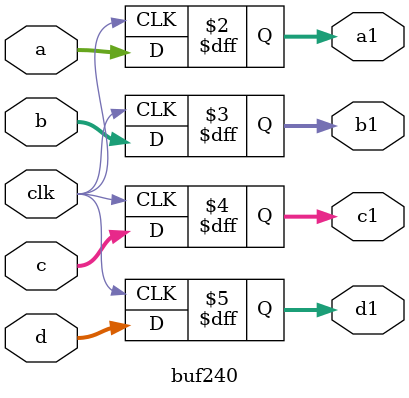
<source format=v>
`timescale 1ns / 1ps
module buf240(
    input [23:0] a,
    input [23:0] b,
    input [23:0] c,
    input [23:0] d,
    input clk,
    output reg [23:0] a1,
    output reg [23:0] b1,
    output reg [23:0] c1,
    output reg [23:0] d1
    );

always @(posedge clk) begin
a1<=a;
b1<=b;
c1<=c;
d1<=d;
end

endmodule

</source>
